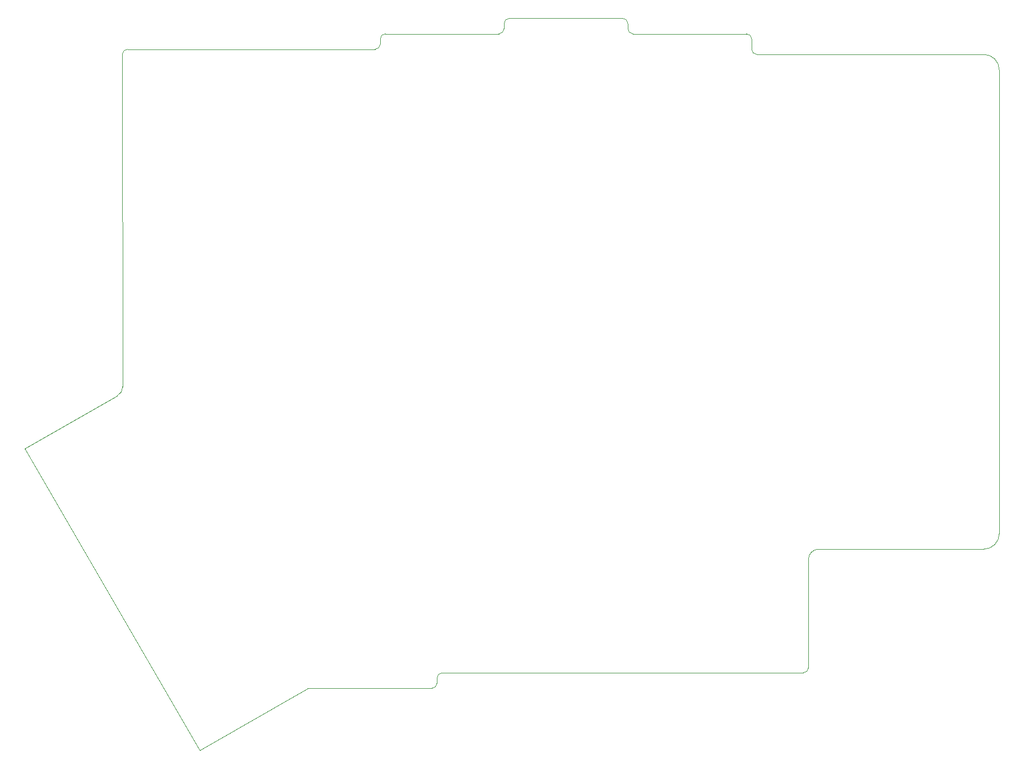
<source format=gbr>
%TF.GenerationSoftware,KiCad,Pcbnew,(5.1.9-0-10_14)*%
%TF.CreationDate,2021-04-19T01:19:56-05:00*%
%TF.ProjectId,wren-right-bottom,7772656e-2d72-4696-9768-742d626f7474,rev?*%
%TF.SameCoordinates,Original*%
%TF.FileFunction,Profile,NP*%
%FSLAX46Y46*%
G04 Gerber Fmt 4.6, Leading zero omitted, Abs format (unit mm)*
G04 Created by KiCad (PCBNEW (5.1.9-0-10_14)) date 2021-04-19 01:19:56*
%MOMM*%
%LPD*%
G01*
G04 APERTURE LIST*
%TA.AperFunction,Profile*%
%ADD10C,0.050000*%
%TD*%
G04 APERTURE END LIST*
D10*
X230981250Y-127793750D02*
X230981250Y-56356250D01*
X228600000Y-130175000D02*
G75*
G03*
X230981250Y-127793750I0J2381250D01*
G01*
X228600000Y-53975000D02*
X193675000Y-53975000D01*
X230981250Y-56356250D02*
G75*
G03*
X228600000Y-53975000I-2381250J0D01*
G01*
X80994250Y-114712750D02*
X95218250Y-106584750D01*
X107918250Y-161194750D02*
X80994250Y-114712750D01*
X124618750Y-151606250D02*
X107918250Y-161194750D01*
X96095798Y-105164847D02*
X96043750Y-53975000D01*
X203200000Y-130175000D02*
X228600000Y-130175000D01*
X203200000Y-130175000D02*
G75*
G03*
X201612500Y-131762500I0J-1587500D01*
G01*
X201612500Y-148431250D02*
X201612500Y-131762500D01*
X200818750Y-149225000D02*
X181768750Y-149225000D01*
X173831250Y-49212500D02*
X173831250Y-50006250D01*
X143668750Y-151606250D02*
X124618750Y-151606250D01*
X144462500Y-150018750D02*
X144462500Y-150812500D01*
X143668750Y-151606250D02*
G75*
G03*
X144462500Y-150812500I0J793750D01*
G01*
X145256250Y-149225000D02*
G75*
G03*
X144462500Y-150018750I0J-793750D01*
G01*
X181768750Y-149225000D02*
X145256250Y-149225000D01*
X200818750Y-149225000D02*
G75*
G03*
X201612500Y-148431250I0J793750D01*
G01*
X95218250Y-106584750D02*
G75*
G03*
X96095798Y-105164847I-709952J1419903D01*
G01*
X134937500Y-53181250D02*
X96837500Y-53181250D01*
X135731250Y-51593750D02*
X135731250Y-52387500D01*
X153987500Y-50800000D02*
X136525000Y-50800000D01*
X154781250Y-49212500D02*
X154781250Y-50006250D01*
X173037500Y-48418750D02*
X155575000Y-48418750D01*
X192087500Y-50800000D02*
X174625000Y-50800000D01*
X192881250Y-53181250D02*
X192881250Y-51593750D01*
X96837500Y-53181250D02*
G75*
G03*
X96043750Y-53975000I0J-793750D01*
G01*
X134937500Y-53181250D02*
G75*
G03*
X135731250Y-52387500I0J793750D01*
G01*
X136525000Y-50800000D02*
G75*
G03*
X135731250Y-51593750I0J-793750D01*
G01*
X153987500Y-50800000D02*
G75*
G03*
X154781250Y-50006250I0J793750D01*
G01*
X155575000Y-48418750D02*
G75*
G03*
X154781250Y-49212500I0J-793750D01*
G01*
X192881250Y-51593750D02*
G75*
G03*
X192087500Y-50800000I-793750J0D01*
G01*
X192881250Y-53181250D02*
G75*
G03*
X193675000Y-53975000I793750J0D01*
G01*
X173831250Y-49212500D02*
G75*
G03*
X173037500Y-48418750I-793750J0D01*
G01*
X173831250Y-50006250D02*
G75*
G03*
X174625000Y-50800000I793750J0D01*
G01*
M02*

</source>
